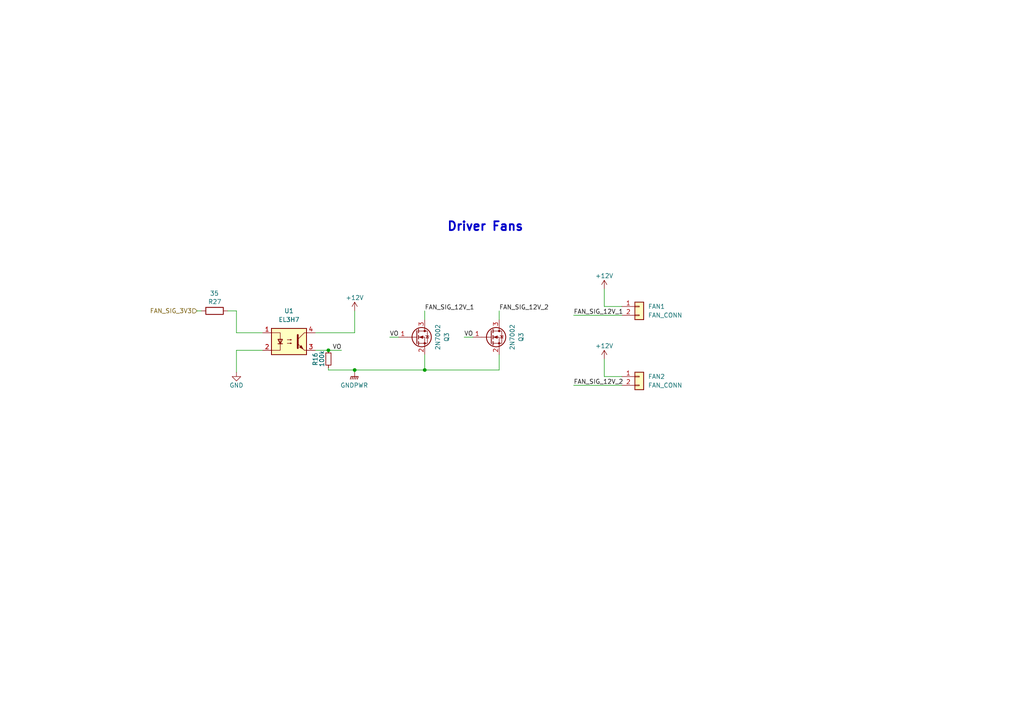
<source format=kicad_sch>
(kicad_sch (version 20230121) (generator eeschema)
  (paper "A4")
  (lib_symbols
    (symbol "Connector_Generic:Conn_01x02" (pin_names (offset 1.016) hide)
      (property "Reference" "J" (at 0 2.54 0))
      (property "Value" "Conn_01x02" (at 0 -5.08 0))
      (symbol "Conn_01x02_1_1"
        (rectangle (start -1.27 -2.413) (end 0 -2.667) (stroke (width 0.1524)))
        (rectangle (start -1.27 0.127) (end 0 -0.127) (stroke (width 0.1524)))
        (rectangle (start -1.27 1.27) (end 1.27 -3.81) (stroke (width 0.254)) (fill (type background)))
        (pin passive line (at -5.08 0 0) (length 3.81) (name "Pin_1") (number "1"))
        (pin passive line (at -5.08 -2.54 0) (length 3.81) (name "Pin_2") (number "2"))
      )
    )
    (symbol "Device:R" (pin_numbers hide) (pin_names (offset 0))
      (property "Reference" "R" (at 2.032 0 90))
      (property "Value" "R" (at 0 0 90))
      (symbol "R_0_1"
        (rectangle (start -1.016 -2.54) (end 1.016 2.54) (stroke (width 0.254)))
      )
      (symbol "R_1_1"
        (pin passive line (at 0 3.81 270) (length 1.27) (name "~") (number "1"))
        (pin passive line (at 0 -3.81 90) (length 1.27) (name "~") (number "2"))
      )
    )
    (symbol "Device:R_Small" (pin_numbers hide) (pin_names (offset 0.254) hide)
      (property "Reference" "R" (at 0.762 0.508 0))
      (property "Value" "R_Small" (at 0.762 -1.016 0))
      (symbol "R_Small_0_1"
        (rectangle (start -0.762 1.778) (end 0.762 -1.778) (stroke (width 0.2032)))
      )
      (symbol "R_Small_1_1"
        (pin passive line (at 0 2.54 270) (length 0.762) (name "~") (number "1"))
        (pin passive line (at 0 -2.54 90) (length 0.762) (name "~") (number "2"))
      )
    )
    (symbol "Isolator:EL817" (pin_names (offset 1.016))
      (property "Reference" "U" (at -5.08 5.08 0))
      (property "Value" "EL817" (at 0 5.08 0))
      (symbol "EL817_0_1"
        (rectangle (start -5.08 3.81) (end 5.08 -3.81) (stroke (width 0.254)) (fill (type background)))
        (polyline (pts (xy -3.175 -0.635) (xy -1.905 -0.635)) (stroke (width 0.254)))
        (polyline (pts (xy 2.54 0.635) (xy 4.445 2.54)))
        (polyline (pts (xy 4.445 -2.54) (xy 2.54 -0.635)) (fill (type outline)))
        (polyline (pts (xy 4.445 -2.54) (xy 5.08 -2.54)))
        (polyline (pts (xy 4.445 2.54) (xy 5.08 2.54)))
        (polyline (pts (xy -5.08 2.54) (xy -2.54 2.54) (xy -2.54 -0.635)))
        (polyline (pts (xy -2.54 -0.635) (xy -2.54 -2.54) (xy -5.08 -2.54)))
        (polyline (pts (xy 2.54 1.905) (xy 2.54 -1.905) (xy 2.54 -1.905)) (stroke (width 0.508)))
        (polyline (pts (xy -2.54 -0.635) (xy -3.175 0.635) (xy -1.905 0.635) (xy -2.54 -0.635)) (stroke (width 0.254)))
        (polyline (pts (xy -0.508 -0.508) (xy 0.762 -0.508) (xy 0.381 -0.635) (xy 0.381 -0.381) (xy 0.762 -0.508)))
        (polyline (pts (xy -0.508 0.508) (xy 0.762 0.508) (xy 0.381 0.381) (xy 0.381 0.635) (xy 0.762 0.508)))
        (polyline (pts (xy 3.048 -1.651) (xy 3.556 -1.143) (xy 4.064 -2.159) (xy 3.048 -1.651) (xy 3.048 -1.651)) (fill (type outline)))
      )
      (symbol "EL817_1_1"
        (pin passive line (at -7.62 2.54 0) (length 2.54) (name "~") (number "1"))
        (pin passive line (at -7.62 -2.54 0) (length 2.54) (name "~") (number "2"))
        (pin passive line (at 7.62 -2.54 180) (length 2.54) (name "~") (number "3"))
        (pin passive line (at 7.62 2.54 180) (length 2.54) (name "~") (number "4"))
      )
    )
    (symbol "Transistor_FET:2N7002" (pin_names hide)
      (property "Reference" "Q" (at 5.08 1.905 0))
      (property "Value" "2N7002" (at 5.08 0 0))
      (symbol "2N7002_0_1"
        (polyline (pts (xy 0.254 0) (xy -2.54 0)))
        (polyline (pts (xy 0.254 1.905) (xy 0.254 -1.905)) (stroke (width 0.254)))
        (polyline (pts (xy 0.762 -1.27) (xy 0.762 -2.286)) (stroke (width 0.254)))
        (polyline (pts (xy 0.762 0.508) (xy 0.762 -0.508)) (stroke (width 0.254)))
        (polyline (pts (xy 0.762 2.286) (xy 0.762 1.27)) (stroke (width 0.254)))
        (polyline (pts (xy 2.54 2.54) (xy 2.54 1.778)))
        (polyline (pts (xy 2.54 -2.54) (xy 2.54 0) (xy 0.762 0)))
        (polyline (pts (xy 0.762 -1.778) (xy 3.302 -1.778) (xy 3.302 1.778) (xy 0.762 1.778)))
        (polyline (pts (xy 1.016 0) (xy 2.032 0.381) (xy 2.032 -0.381) (xy 1.016 0)) (fill (type outline)))
        (polyline (pts (xy 2.794 0.508) (xy 2.921 0.381) (xy 3.683 0.381) (xy 3.81 0.254)))
        (polyline (pts (xy 3.302 0.381) (xy 2.921 -0.254) (xy 3.683 -0.254) (xy 3.302 0.381)))
        (circle (center 1.651 0) (radius 2.794) (stroke (width 0.254)))
        (circle (center 2.54 -1.778) (radius 0.254) (fill (type outline)))
        (circle (center 2.54 1.778) (radius 0.254) (fill (type outline)))
      )
      (symbol "2N7002_1_1"
        (pin input line (at -5.08 0 0) (length 2.54) (name "G") (number "1"))
        (pin passive line (at 2.54 -5.08 90) (length 2.54) (name "S") (number "2"))
        (pin passive line (at 2.54 5.08 270) (length 2.54) (name "D") (number "3"))
      )
    )
    (symbol "power:+12V" (power) (pin_names (offset 0))
      (property "Value" "+12V" (at 0 3.556 0))
      (symbol "+12V_0_1"
        (polyline (pts (xy -0.762 1.27) (xy 0 2.54)))
        (polyline (pts (xy 0 0) (xy 0 2.54)))
        (polyline (pts (xy 0 2.54) (xy 0.762 1.27)))
      )
      (symbol "+12V_1_1"
        (pin power_in line (at 0 0 90) (length 0) hide (name "+12V") (number "1"))
      )
    )
    (symbol "power:GND" (power) (pin_names (offset 0))
      (property "Value" "GND" (at 0 -3.81 0))
      (symbol "GND_0_1"
        (polyline (pts (xy 0 0) (xy 0 -1.27) (xy 1.27 -1.27) (xy 0 -2.54) (xy -1.27 -1.27) (xy 0 -1.27)))
      )
      (symbol "GND_1_1"
        (pin power_in line (at 0 0 270) (length 0) hide (name "GND") (number "1"))
      )
    )
    (symbol "power:GNDPWR" (power) (pin_names (offset 0))
      (property "Value" "GNDPWR" (at 0 -3.302 0))
      (symbol "GNDPWR_0_1"
        (polyline (pts (xy 0 -1.27) (xy 0 0)))
        (polyline (pts (xy -1.016 -1.27) (xy -1.27 -2.032) (xy -1.27 -2.032)) (stroke (width 0.2032)))
        (polyline (pts (xy -0.508 -1.27) (xy -0.762 -2.032) (xy -0.762 -2.032)) (stroke (width 0.2032)))
        (polyline (pts (xy 0 -1.27) (xy -0.254 -2.032) (xy -0.254 -2.032)) (stroke (width 0.2032)))
        (polyline (pts (xy 0.508 -1.27) (xy 0.254 -2.032) (xy 0.254 -2.032)) (stroke (width 0.2032)))
        (polyline (pts (xy 1.016 -1.27) (xy -1.016 -1.27) (xy -1.016 -1.27)) (stroke (width 0.2032)))
        (polyline (pts (xy 1.016 -1.27) (xy 0.762 -2.032) (xy 0.762 -2.032) (xy 0.762 -2.032)) (stroke (width 0.2032)))
      )
      (symbol "GNDPWR_1_1"
        (pin power_in line (at 0 0 270) (length 0) hide (name "GNDPWR") (number "1"))
      )
    )
  )
  (junction (at 95.25 101.6))
  (junction (at 123.19 107.315))
  (junction (at 102.87 107.315))
  (wire (pts (xy 180.34 111.76) (xy 166.37 111.76)))
  (wire (pts (xy 68.58 90.17) (xy 68.58 96.52)))
  (wire (pts (xy 95.25 107.315) (xy 102.87 107.315)))
  (wire (pts (xy 57.15 90.17) (xy 58.42 90.17)))
  (wire (pts (xy 144.78 90.17) (xy 144.78 92.71)))
  (wire (pts (xy 123.19 102.87) (xy 123.19 107.315)))
  (wire (pts (xy 180.34 109.22) (xy 175.26 109.22)))
  (wire (pts (xy 175.26 104.14) (xy 175.26 109.22)))
  (wire (pts (xy 68.58 107.95) (xy 68.58 101.6)))
  (wire (pts (xy 68.58 101.6) (xy 76.2 101.6)))
  (wire (pts (xy 95.25 101.6) (xy 99.06 101.6)))
  (wire (pts (xy 68.58 96.52) (xy 76.2 96.52)))
  (wire (pts (xy 180.34 88.9) (xy 175.26 88.9)))
  (wire (pts (xy 175.26 83.82) (xy 175.26 88.9)))
  (wire (pts (xy 66.04 90.17) (xy 68.58 90.17)))
  (wire (pts (xy 95.25 107.315) (xy 95.25 106.68)))
  (wire (pts (xy 144.78 107.315) (xy 144.78 102.87)))
  (wire (pts (xy 123.19 90.17) (xy 123.19 92.71)))
  (wire (pts (xy 102.87 90.17) (xy 102.87 96.52)))
  (wire (pts (xy 134.62 97.79) (xy 137.16 97.79)))
  (wire (pts (xy 91.44 101.6) (xy 95.25 101.6)))
  (wire (pts (xy 123.19 107.315) (xy 144.78 107.315)))
  (wire (pts (xy 102.87 107.315) (xy 102.87 107.95)))
  (wire (pts (xy 180.34 91.44) (xy 166.37 91.44)))
  (wire (pts (xy 113.03 97.79) (xy 115.57 97.79)))
  (wire (pts (xy 102.87 107.315) (xy 123.19 107.315)))
  (wire (pts (xy 91.44 96.52) (xy 102.87 96.52)))
  (text "Driver Fans" (at 129.54 67.31 0) (effects (font (size 2.54 2.54) (thickness 0.508) bold) (justify left bottom)))
  (label "FAN_SIG_12V_1" (at 123.19 90.17 0))
  (label "FAN_SIG_12V_1" (at 166.37 91.44 0))
  (label "VO" (at 113.03 97.79 0))
  (label "FAN_SIG_12V_2" (at 144.78 90.17 0))
  (label "FAN_SIG_12V_2" (at 166.37 111.76 0))
  (label "VO" (at 134.62 97.79 0))
  (label "VO" (at 99.06 101.6 180))
  (hierarchical_label "FAN_SIG_3V3" (shape input) (at 57.15 90.17 180))
  (symbol (lib_id "Connector_Generic:Conn_01x02") (at 185.42 88.9 0) (unit 1)
    (property "Reference" "FAN1" (at 187.96 88.9 0) (effects (justify left)))
    (property "Value" "FAN_CONN" (at 187.96 91.44 0) (effects (justify left)))
    (property "Footprint" "Connector_Molex:Molex_Micro-Fit_3.0_43650-0215_1x02_P3.00mm_Vertical" (effects hide))
    (property "Datasheet" "https://www.molex.com/en-us/products/part-detail/436500215?display=pdf" (effects hide))
  )
  (symbol (lib_id "Device:R_Small") (at 95.25 104.14 180) (unit 1)
    (property "Reference" "R16" (at 91.44 102.235 90) (effects (justify left)))
    (property "Value" "100k" (at 93.345 101.6 90) (effects (justify left)))
    (property "Footprint" "Resistor_SMD:R_0805_2012Metric" (effects hide))
    (property "P/N" "CRCW0805100KFKEAC" (effects hide))
    (instances (project "Controls-LightingPCB" (path "" (reference "R16") (unit 1)) (path "" (reference "R23") (unit 1))) (project "Controls-LeaderDaughterPCB" (path "" (reference "R25") (unit 1)) (path "" (reference "R15") (unit 1))))
  )
  (symbol (lib_id "Device:R") (at 62.23 90.17 90) (unit 1)
    (property "Reference" "R27" (at 64.262 87.5284 90) (effects (justify left)))
    (property "Value" "35" (at 63.5 85.09 90) (effects (justify left)))
    (property "Footprint" "Resistor_SMD:R_0805_2012Metric" (effects hide))
    (property "P/N" "SDR10EZPJ152" (effects hide))
    (instances (project "Controls-LightingPCB" (path "" (reference "R27") (unit 1)) (path "" (reference "R30") (unit 1)) (path "" (reference "R18") (unit 1))) (project "Controls-LeaderDaughterPCB" (path "" (reference "R16") (unit 1)) (path "" (reference "R32") (unit 1))))
  )
  (symbol (lib_id "power:+12V") (at 175.26 104.14 0) (unit 1)
    (property "Reference" "#PWR050" (effects hide))
    (property "Value" "+12V" (at 175.26 100.33 0))
  )
  (symbol (lib_id "Transistor_FET:2N7002") (at 120.65 97.79 0) (unit 1)
    (property "Reference" "Q3" (at 129.54 97.79 90))
    (property "Value" "2N7002" (at 127 97.79 90))
    (property "Footprint" "Package_TO_SOT_SMD:SOT-23" (effects hide))
    (property "Datasheet" "https://www.onsemi.com/pub/Collateral/NDS7002A-D.PDF" (effects hide))
    (property "P/N" "2N7002HR" (effects hide))
    (instances (project "Controls-LightingPCB" (path "" (reference "Q3") (unit 1)) (path "" (reference "Q5") (unit 1))) (project "Controls-LeaderDaughterPCB" (path "" (reference "Q6") (unit 1)) (path "" (reference "Q1") (unit 1))))
  )
  (symbol (lib_id "Isolator:EL817") (at 83.82 99.06 0) (unit 1)
    (property "Reference" "U1" (at 83.82 90.17 0))
    (property "Value" "EL3H7" (at 83.82 92.71 0))
    (property "Footprint" "Package_SO:SOP-4_4.4x2.6mm_P1.27mm" (effects hide))
    (property "Datasheet" "https://www.mouser.com/datasheet/2/143/EL3H7_G-26376.pdf" (effects hide))
    (property "Mouser Part Number" "638-EL3H7DTAVG " (effects hide))
    (instances (project "Controls-LeaderDaughterPCB" (path "" (reference "U1") (unit 1)) (path "" (reference "U6") (unit 1)) (path "" (reference "U7") (unit 1))))
  )
  (symbol (lib_id "Transistor_FET:2N7002") (at 142.24 97.79 0) (unit 1)
    (property "Reference" "Q3" (at 151.13 97.79 90))
    (property "Value" "2N7002" (at 148.59 97.79 90))
    (property "Footprint" "Package_TO_SOT_SMD:SOT-23" (effects hide))
    (property "Datasheet" "https://www.onsemi.com/pub/Collateral/NDS7002A-D.PDF" (effects hide))
    (property "P/N" "2N7002HR" (effects hide))
    (instances (project "Controls-LightingPCB" (path "" (reference "Q3") (unit 1)) (path "" (reference "Q5") (unit 1))) (project "Controls-LeaderDaughterPCB" (path "" (reference "Q6") (unit 1)) (path "" (reference "Q7") (unit 1))))
  )
  (symbol (lib_id "power:+12V") (at 102.87 90.17 0) (unit 1)
    (property "Reference" "#PWR055" (effects hide))
    (property "Value" "+12V" (at 102.87 86.36 0))
  )
  (symbol (lib_id "Connector_Generic:Conn_01x02") (at 185.42 109.22 0) (unit 1)
    (property "Reference" "FAN2" (at 187.96 109.22 0) (effects (justify left)))
    (property "Value" "FAN_CONN" (at 187.96 111.76 0) (effects (justify left)))
    (property "Footprint" "Connector_Molex:Molex_Micro-Fit_3.0_43650-0215_1x02_P3.00mm_Vertical" (effects hide))
    (property "Datasheet" "https://www.molex.com/en-us/products/part-detail/436500215?display=pdf" (effects hide))
  )
  (symbol (lib_id "power:+12V") (at 175.26 83.82 0) (unit 1)
    (property "Reference" "#PWR049" (effects hide))
    (property "Value" "+12V" (at 175.26 80.01 0))
  )
  (symbol (lib_id "power:GNDPWR") (at 102.87 107.95 0) (unit 1)
    (property "Reference" "#PWR054" (effects hide))
    (property "Value" "GNDPWR" (at 102.743 111.76 0))
  )
  (symbol (lib_id "power:GND") (at 68.58 107.95 0) (unit 1)
    (property "Reference" "#PWR053" (effects hide))
    (property "Value" "GND" (at 68.58 111.76 0))
  )
)
</source>
